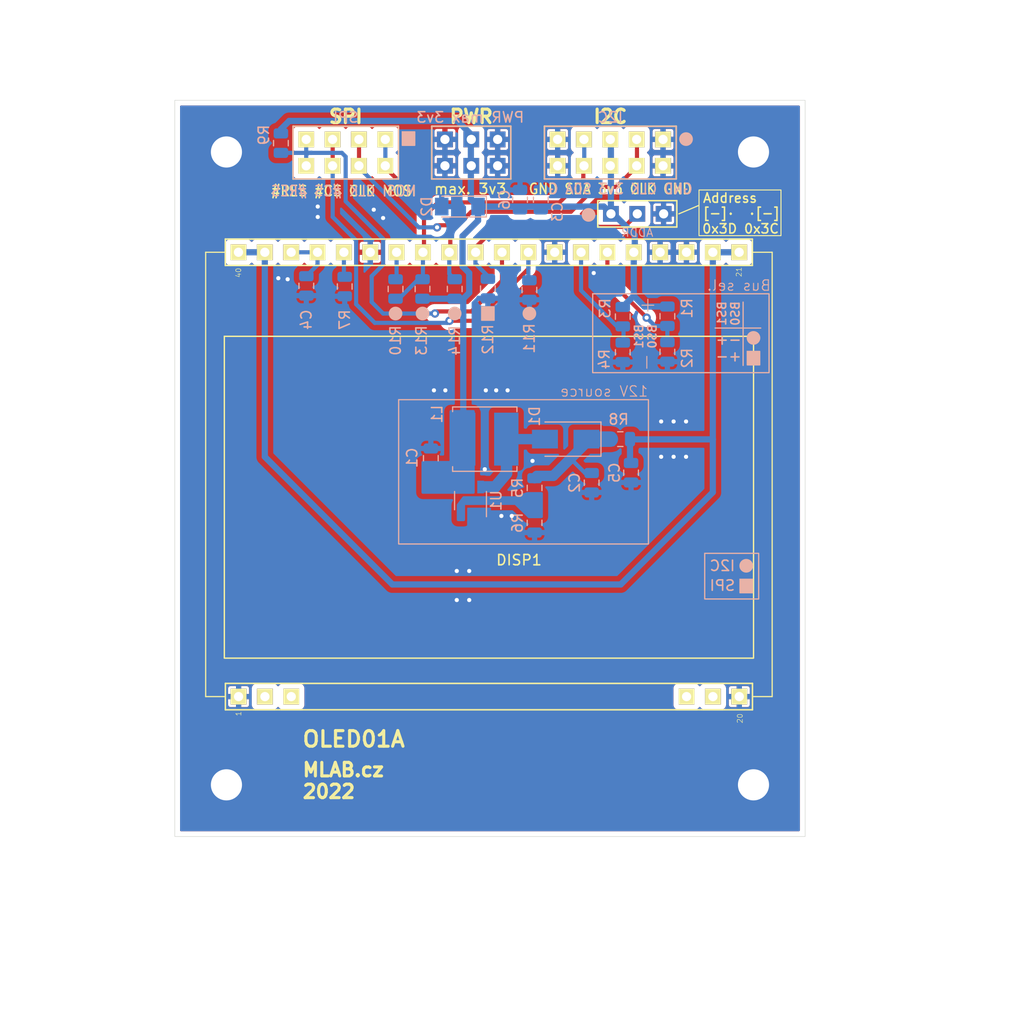
<source format=kicad_pcb>
(kicad_pcb (version 20211014) (generator pcbnew)
  (title_block (title "OLED01A") (company "MLAB"))
  (layers (0 "F.Cu" signal) (31 "B.Cu" signal) (34 "B.Paste" user) (35 "F.Paste" user) (36 "B.SilkS" user "B.Silkscreen") (37 "F.SilkS" user "F.Silkscreen") (38 "B.Mask" user) (39 "F.Mask" user) (44 "Edge.Cuts" user))
  (net 0 "")
  (net 1 "GND")
  (net 2 "Net-(D1-Pad2)")
  (net 3 "/B_FB")
  (net 4 "+3V3")
  (net 5 "Net-(C2-Pad1)")
  (net 10 "+12V")
  (net 11 "/BS0")
  (net 12 "/BS1")
  (net 13 "/#CS")
  (net 14 "/#RES")
  (net 15 "/DC")
  (net 16 "/D2")
  (net 17 "Net-(DISP1-Pad36)")
  (net 18 "Net-(C4-Pad1)")
  (net 19 "/CLK")
  (net 20 "/D1")
  (footprint "Mlab_Mechanical:MountingHole_3mm" (layer "F.Cu") (at 181.26 121.1)
    (fp_text reference "H2" hide)
    (fp_text value "M3" hide)
    (pad "1" thru_hole circle (at -10.16 0) (size 6 6) (drill 3) (layers *.Cu *.Adhes *.Mask) (net 1 "GND") (clearance 1))
  )
  (footprint "Mlab_Mechanical:MountingHole_3mm" (layer "F.Cu") (at 120.3 121.1)
    (fp_text reference "H4" hide)
    (fp_text value "M3" hide)
    (pad "1" thru_hole circle locked (at 0 0) (size 6 6) (drill 3) (layers *.Cu *.Adhes *.Mask) (net 1 "GND") (clearance 1))
  )
  (footprint "Mlab_Pin_Headers:Straight_2x05" (layer "F.Cu") (at 157.3 60.2 90)
    (property "Value" "HEADER_2x05_PARALLEL")
    (fp_text reference "J4" hide)
    (fp_text value "HEADER_2x05_PARALLEL" hide)
    (fp_line (start 2.54 -6.35) (end 2.54 6.35) (layer "F.SilkS") (width 0.15))
    (fp_line (start -2.54 6.35) (end -2.54 -6.35) (layer "F.SilkS") (width 0.15))
    (fp_line (start -2.54 -6.35) (end 2.54 -6.35) (layer "F.SilkS") (width 0.15))
    (fp_line (start 2.54 6.35) (end -2.54 6.35) (layer "F.SilkS") (width 0.15))
    (pad "1" thru_hole rect (at -1.27 -5.08 90) (size 1.524 1.524) (drill 0.889) (layers *.Cu *.Mask "F.SilkS") (net 1 "GND"))
    (pad "2" thru_hole rect (at 1.27 -5.08 90) (size 1.524 1.524) (drill 0.889) (layers *.Cu *.Mask "F.SilkS") (net 1 "GND"))
    (pad "3" thru_hole rect (at -1.27 -2.54 90) (size 1.524 1.524) (drill 0.889) (layers *.Cu *.Mask "F.SilkS") (net 20 "/D1"))
    (pad "4" thru_hole rect (at 1.27 -2.54 90) (size 1.524 1.524) (drill 0.889) (layers *.Cu *.Mask "F.SilkS") (net 20 "/D1"))
    (pad "5" thru_hole rect (at -1.27 0 90) (size 1.524 1.524) (drill 0.889) (layers *.Cu *.Mask "F.SilkS") (net 4 "+3V3"))
    (pad "6" thru_hole rect (at 1.27 0 90) (size 1.524 1.524) (drill 0.889) (layers *.Cu *.Mask "F.SilkS") (net 4 "+3V3"))
    (pad "7" thru_hole rect (at -1.27 2.54 90) (size 1.524 1.524) (drill 0.889) (layers *.Cu *.Mask "F.SilkS") (net 19 "/CLK"))
    (pad "8" thru_hole rect (at 1.27 2.54 90) (size 1.524 1.524) (drill 0.889) (layers *.Cu *.Mask "F.SilkS") (net 19 "/CLK"))
    (pad "9" thru_hole rect (at -1.27 5.08 90) (size 1.524 1.524) (drill 0.889) (layers *.Cu *.Mask "F.SilkS") (net 1 "GND"))
    (pad "10" thru_hole rect (at 1.27 5.08 90) (size 1.524 1.524) (drill 0.889) (layers *.Cu *.Mask "F.SilkS") (net 1 "GND"))
  )
  (footprint "Mlab_Pin_Headers:Straight_1x03" (layer "F.Cu") (at 159.9 66.1 90)
    (property "Value" "HEADER_1x03")
    (fp_text reference "J3" hide)
    (fp_text value "HEADER_1x03" hide)
    (fp_line (start -1.27 -3.81) (end 1.27 -3.81) (layer "F.SilkS") (width 0.15))
    (fp_line (start 1.27 3.81) (end -1.27 3.81) (layer "F.SilkS") (width 0.15))
    (fp_line (start -1.27 3.81) (end -1.27 -3.81) (layer "F.SilkS") (width 0.15))
    (fp_line (start 1.27 -3.81) (end 1.27 3.81) (layer "F.SilkS") (width 0.15))
    (pad "1" thru_hole rect (at 0 -2.54 90) (size 1.524 1.524) (drill 0.889) (layers *.Cu *.Mask) (net 4 "+3V3"))
    (pad "2" thru_hole rect (at 0 0 90) (size 1.524 1.524) (drill 0.889) (layers *.Cu *.Mask) (net 15 "/DC"))
    (pad "3" thru_hole rect (at 0 2.54 90) (size 1.524 1.524) (drill 0.889) (layers *.Cu *.Mask) (net 1 "GND"))
  )
  (footprint "Mlab_Pin_Headers:Straight_2x04" (layer "F.Cu") (at 131.8 60.2 -90)
    (property "Value" "HEADER_2x04_PARALLEL")
    (fp_text reference "J2" hide)
    (fp_text value "HEADER_2x04_PARALLEL" hide)
    (fp_line (start 2.54 5.08) (end -2.54 5.08) (layer "F.SilkS") (width 0.15))
    (fp_line (start 2.54 -5.08) (end 2.54 5.08) (layer "F.SilkS") (width 0.15))
    (fp_line (start -2.54 -5.08) (end 2.54 -5.08) (layer "F.SilkS") (width 0.15))
    (fp_line (start -2.54 5.08) (end -2.54 -5.08) (layer "F.SilkS") (width 0.15))
    (pad "1" thru_hole rect (at -1.27 -3.81 270) (size 1.524 1.524) (drill 0.889) (layers *.Cu *.Mask "F.SilkS") (net 20 "/D1"))
    (pad "2" thru_hole rect (at 1.27 -3.81 270) (size 1.524 1.524) (drill 0.889) (layers *.Cu *.Mask "F.SilkS") (net 20 "/D1"))
    (pad "3" thru_hole rect (at -1.27 -1.27 270) (size 1.524 1.524) (drill 0.889) (layers *.Cu *.Mask "F.SilkS") (net 19 "/CLK"))
    (pad "4" thru_hole rect (at 1.27 -1.27 270) (size 1.524 1.524) (drill 0.889) (layers *.Cu *.Mask "F.SilkS") (net 19 "/CLK"))
    (pad "5" thru_hole rect (at -1.27 1.27 270) (size 1.524 1.524) (drill 0.889) (layers *.Cu *.Mask "F.SilkS") (net 13 "/#CS"))
    (pad "6" thru_hole rect (at 1.27 1.27 270) (size 1.524 1.524) (drill 0.889) (layers *.Cu *.Mask "F.SilkS") (net 13 "/#CS"))
    (pad "7" thru_hole rect (at -1.27 3.81 270) (size 1.524 1.524) (drill 0.889) (layers *.Cu *.Mask "F.SilkS") (net 14 "/#RES"))
    (pad "8" thru_hole rect (at 1.27 3.81 270) (size 1.524 1.524) (drill 0.889) (layers *.Cu *.Mask "F.SilkS") (net 14 "/#RES"))
  )
  (footprint "Mlab_Mechanical:MountingHole_3mm" (layer "F.Cu") (at 120.3 70.3)
    (fp_text reference "H3" hide)
    (fp_text value "M3" hide)
    (pad "1" thru_hole circle (at 0 -10.16) (size 6 6) (drill 3) (layers *.Cu *.Adhes *.Mask) (net 1 "GND") (clearance 1))
  )
  (footprint "Mlab_Mechanical:MountingHole_3mm" (layer "F.Cu") (at 120 69.2)
    (fp_text reference "H1" hide)
    (fp_text value "M3" hide)
    (pad "1" thru_hole circle (at 51.1 -9.06) (size 6 6) (drill 3) (layers *.Cu *.Adhes *.Mask) (net 1 "GND") (clearance 1))
  )
  (footprint "Mlab_DISPLAY:EA_OLEDM128-6GGA" (layer "F.Cu") (at 145.6 91.2)
    (property "Value" "EA_OLEDM128-6")
    (fp_text reference "DISP1" (at 2.9 8.25 unlocked) (layer "F.SilkS"))
    (fp_text value "EA OLEDM128-6GGA")
    (fp_text user "40" (at -24.14 -19.43 90) (layer "F.SilkS") (effects (font (size 0.5 0.5) (thickness 0.05))))
    (fp_text user "20" (at 24.2 23.5 90) (layer "F.SilkS") (effects (font (size 0.5 0.5) (thickness 0.05))))
    (fp_text user "1" (at -24.13 23.051 90) (layer "F.SilkS") (effects (font (size 0.5 0.5) (thickness 0.05))))
    (fp_text user "21" (at 24.1 -19.5 90) (layer "F.SilkS") (effects (font (size 0.5 0.5) (thickness 0.05))))
    (fp_line (start 25.39 -20.13) (end -25.41 -20.13) (layer "F.SilkS") (width 0.15))
    (fp_line (start -27.3 21.4) (end -25.4 21.4) (layer "F.SilkS") (width 0.12))
    (fp_line (start 27.3 -21.4) (end 25.39 -21.4) (layer "F.SilkS") (width 0.12))
    (fp_line (start 25.4 22.67) (end -25.4 22.67) (layer "F.SilkS") (width 0.15))
    (fp_line (start -25.41 -22.67) (end 25.39 -22.67) (layer "F.SilkS") (width 0.15))
    (fp_line (start -25.4 20.13) (end 25.4 20.13) (layer "F.SilkS") (width 0.15))
    (fp_line (start -27.3 -21.4) (end -27.3 21.4) (layer "F.SilkS") (width 0.12))
    (fp_line (start -25.4 22.67) (end -25.4 20.13) (layer "F.SilkS") (width 0.15))
    (fp_line (start -25.41 -20.13) (end -25.41 -22.67) (layer "F.SilkS") (width 0.15))
    (fp_line (start 27.3 21.4) (end 27.3 -21.4) (layer "F.SilkS") (width 0.12))
    (fp_line (start 25.39 -22.67) (end 25.39 -20.13) (layer "F.SilkS") (width 0.15))
    (fp_line (start 25.4 20.13) (end 25.4 22.67) (layer "F.SilkS") (width 0.15))
    (fp_line (start -25.41 -21.4) (end -27.3 -21.4) (layer "F.SilkS") (width 0.12))
    (fp_line (start 25.4 21.4) (end 27.3 21.4) (layer "F.SilkS") (width 0.12))
    (fp_rect (start -25.5 -13.3) (end 25.5 17.7) (layer "F.SilkS") (width 0.12) (fill none))
    (fp_rect (start -25.5 -13.3) (end 25.5 17.7) (layer "F.SilkS") (width 0.12) (fill none))
    (pad "1" thru_hole rect (at -24.13 21.4 90) (size 1.524 1.524) (drill 0.889) (layers *.Cu *.Mask "F.SilkS") (net 1 "GND"))
    (pad "2" thru_hole rect (at -21.59 21.4 90) (size 1.524 1.524) (drill 0.889) (layers *.Cu *.Mask "F.SilkS"))
    (pad "3" thru_hole rect (at -19.05 21.4 90) (size 1.524 1.524) (drill 0.889) (layers *.Cu *.Mask "F.SilkS"))
    (pad "18" thru_hole rect (at 19.05 21.4 90) (size 1.524 1.524) (drill 0.889) (layers *.Cu *.Mask "F.SilkS"))
    (pad "19" thru_hole rect (at 21.59 21.4 90) (size 1.524 1.524) (drill 0.889) (layers *.Cu *.Mask "F.SilkS"))
    (pad "20" thru_hole rect (at 24.13 21.4 90) (size 1.524 1.524) (drill 0.889) (layers *.Cu *.Mask "F.SilkS") (net 1 "GND"))
    (pad "21" thru_hole rect (at 24.12 -21.4 90) (size 1.524 1.524) (drill 0.889) (layers *.Cu *.Mask "F.SilkS") (net 10 "+12V"))
    (pad "22" thru_hole rect (at 21.58 -21.4 90) (size 1.524 1.524) (drill 0.889) (layers *.Cu *.Mask "F.SilkS") (net 10 "+12V"))
    (pad "23" thru_hole rect (at 19.04 -21.4 90) (size 1.524 1.524) (drill 0.889) (layers *.Cu *.Mask "F.SilkS") (net 1 "GND"))
    (pad "24" thru_hole rect (at 16.5 -21.4 90) (size 1.524 1.524) (drill 0.889) (layers *.Cu *.Mask "F.SilkS") (net 1 "GND"))
    (pad "25" thru_hole rect (at 13.96 -21.4 90) (size 1.524 1.524) (drill 0.889) (layers *.Cu *.Mask "F.SilkS") (net 4 "+3V3"))
    (pad "26" thru_hole rect (at 11.42 -21.4 90) (size 1.524 1.524) (drill 0.889) (layers *.Cu *.Mask "F.SilkS") (net 11 "/BS0"))
    (pad "27" thru_hole rect (at 8.88 -21.4 90) (size 1.524 1.524) (drill 0.889) (layers *.Cu *.Mask "F.SilkS") (net 12 "/BS1"))
    (pad "28" thru_hole rect (at 6.34 -21.4 90) (size 1.524 1.524) (drill 0.889) (layers *.Cu *.Mask "F.SilkS") (net 1 "GND"))
    (pad "29" thru_hole rect (at 3.8 -21.4 90) (size 1.524 1.524) (drill 0.889) (layers *.Cu *.Mask "F.SilkS") (net 13 "/#CS"))
    (pad "30" thru_hole rect (at 1.26 -21.4 90) (size 1.524 1.524) (drill 0.889) (layers *.Cu *.Mask "F.SilkS") (net 14 "/#RES"))
    (pad "31" thru_hole rect (at -1.28 -21.4 90) (size 1.524 1.524) (drill 0.889) (layers *.Cu *.Mask "F.SilkS") (net 15 "/DC"))
    (pad "32" thru_hole rect (at -3.82 -21.4 90) (size 1.524 1.524) (drill 0.889) (layers *.Cu *.Mask "F.SilkS") (net 19 "/CLK"))
    (pad "33" thru_hole rect (at -6.36 -21.4 90) (size 1.524 1.524) (drill 0.889) (layers *.Cu *.Mask "F.SilkS") (net 20 "/D1"))
    (pad "34" thru_hole rect (at -8.9 -21.4 90) (size 1.524 1.524) (drill 0.889) (layers *.Cu *.Mask "F.SilkS") (net 16 "/D2"))
    (pad "35" thru_hole rect (at -11.44 -21.4 90) (size 1.524 1.524) (drill 0.889) (layers *.Cu *.Mask "F.SilkS") (net 1 "GND"))
    (pad "36" thru_hole rect (at -13.98 -21.4 90) (size 1.524 1.524) (drill 0.889) (layers *.Cu *.Mask "F.SilkS") (net 17 "Net-(DISP1-Pad36)"))
    (pad "37" thru_hole rect (at -16.52 -21.4 90) (size 1.524 1.524) (drill 0.889) (layers *.Cu *.Mask "F.SilkS") (net 18 "Net-(C4-Pad1)"))
    (pad "38" thru_hole rect (at -19.06 -21.4 90) (size 1.524 1.524) (drill 0.889) (layers *.Cu *.Mask "F.SilkS") (net 18 "Net-(C4-Pad1)"))
    (pad "39" thru_hole rect (at -21.6 -21.4 90) (size 1.524 1.524) (drill 0.889) (layers *.Cu *.Mask "F.SilkS") (net 10 "+12V"))
    (pad "40" thru_hole rect (at -24.14 -21.4 90) (size 1.524 1.524) (drill 0.889) (layers *.Cu *.Mask "F.SilkS") (net 10 "+12V"))
  )
  (footprint "Mlab_Pin_Headers:Straight_2x03" (layer "F.Cu") (at 143.9 60.2 -90)
    (fp_text reference "J1" hide)
    (fp_text value "HEADER_2x03_PARALLEL" hide)
    (fp_line (start 2.54 -3.81) (end 2.54 3.81) (layer "F.SilkS") (width 0.15))
    (fp_line (start -2.54 -3.81) (end 2.54 -3.81) (layer "F.SilkS") (width 0.15))
    (fp_line (start -2.54 3.81) (end -2.54 -3.81) (layer "F.SilkS") (width 0.15))
    (fp_line (start 2.54 3.81) (end -2.54 3.81) (layer "F.SilkS") (width 0.15))
    (pad "1" thru_hole rect (at -1.27 -2.54 270) (size 1.524 1.524) (drill 0.889) (layers *.Cu *.Mask) (net 1 "GND"))
    (pad "2" thru_hole rect (at 1.27 -2.54 270) (size 1.524 1.524) (drill 0.889) (layers *.Cu *.Mask) (net 1 "GND"))
    (pad "3" thru_hole rect (at -1.27 0 270) (size 1.524 1.524) (drill 0.889) (layers *.Cu *.Mask) (net 4 "+3V3"))
    (pad "4" thru_hole rect (at 1.27 0 270) (size 1.524 1.524) (drill 0.889) (layers *.Cu *.Mask) (net 4 "+3V3"))
    (pad "5" thru_hole rect (at -1.27 2.54 270) (size 1.524 1.524) (drill 0.889) (layers *.Cu *.Mask) (net 1 "GND"))
    (pad "6" thru_hole rect (at 1.27 2.54 270) (size 1.524 1.524) (drill 0.889) (layers *.Cu *.Mask) (net 1 "GND"))
  )
  (footprint "Inductor_SMD:L_Bourns_SRN6045TA" (layer "B.Cu") (at 145.2 87.8)
    (property "Value" "4,7uH")
    (fp_text reference "L1" (at -4.6 -2.4 90) (layer "B.SilkS") (effects (justify mirror)))
    (fp_text value "4.7uH" hide)
    (fp_line (start 3.1 -3.1) (end 3.1 -2.65) (layer "B.SilkS") (width 0.12))
    (fp_line (start -3.1 -3.1) (end -3.1 -2.65) (layer "B.SilkS") (width 0.12))
    (fp_line (start -3.1 3.1) (end 3.1 3.1) (layer "B.SilkS") (width 0.12))
    (fp_line (start -3.1 3.1) (end -3.1 2.65) (layer "B.SilkS") (width 0.12))
    (fp_line (start 3.1 -3.1) (end -3.1 -3.1) (layer "B.SilkS") (width 0.12))
    (fp_line (start 3.1 3.1) (end 3.1 2.65) (layer "B.SilkS") (width 0.12))
    (pad "1" smd rect locked (at -2.075 0) (size 2.35 5.1) (layers "B.Cu" "B.Paste" "B.Mask") (net 4 "+3V3"))
    (pad "2" smd rect locked (at 2.075 0) (size 2.35 5.1) (layers "B.Cu" "B.Paste" "B.Mask") (net 2 "Net-(D1-Pad2)"))
  )
  (footprint "Resistor_SMD:R_0805_2012Metric" (layer "B.Cu") (at 136.6 73.3375 -90)
    (property "Value" "0R")
    (fp_text reference "R10" (at 4.9625 0 90) (layer "B.SilkS") (effects (justify mirror)))
    (fp_text value "0R" hide)
    (fp_line (start -0.258578 0.71) (end 0.258578 0.71) (layer "B.SilkS") (width 0.12))
    (fp_line (start -0.258578 -0.71) (end 0.258578 -0.71) (layer "B.SilkS") (width 0.12))
    (pad "1" smd roundrect locked (at -0.9375 0 270) (size 0.975 1.4) (layers "B.Cu" "B.Paste" "B.Mask") (net 16 "/D2"))
    (pad "2" smd roundrect locked (at 0.9375 0 270) (size 0.975 1.4) (layers "B.Cu" "B.Paste" "B.Mask") (net 20 "/D1"))
  )
  (footprint "Resistor_SMD:R_0805_2012Metric" (layer "B.Cu") (at 162.8 79.4 -90)
    (property "Value" "0R")
    (fp_text reference "R2" (at 0.6 -1.9 -270) (layer "B.SilkS") (effects (justify mirror)))
    (fp_text value "0R" hide)
    (fp_line (start -0.258578 -0.71) (end 0.258578 -0.71) (layer "B.SilkS") (width 0.12))
    (fp_line (start -0.258578 0.71) (end 0.258578 0.71) (layer "B.SilkS") (width 0.12))
    (pad "1" smd roundrect locked (at -0.9375 0 270) (size 0.975 1.4) (layers "B.Cu" "B.Paste" "B.Mask") (net 11 "/BS0"))
    (pad "2" smd roundrect locked (at 0.9375 0 270) (size 0.975 1.4) (layers "B.Cu" "B.Paste" "B.Mask") (net 1 "GND"))
  )
  (footprint "Package_TO_SOT_SMD:TSOT-23-6" (layer "B.Cu") (at 143.849659 93.723647 90)
    (property "Value" "MAX5026")
    (fp_text reference "U1" (at 0 2.45 90) (layer "B.SilkS") (effects (justify mirror)))
    (fp_text value "MAX5026" hide)
    (fp_line (start 0.88 1.51) (end -1.55 1.51) (layer "B.SilkS") (width 0.12))
    (fp_line (start -0.88 -1.56) (end 0.88 -1.56) (layer "B.SilkS") (width 0.12))
    (pad "1" smd rect locked (at -1.31 0.95 90) (size 1.22 0.65) (layers "B.Cu" "B.Paste" "B.Mask") (net 1 "GND"))
    (pad "2" smd rect locked (at -1.31 0 90) (size 1.22 0.65) (layers "B.Cu" "B.Paste" "B.Mask") (net 1 "GND"))
    (pad "3" smd rect locked (at -1.31 -0.95 90) (size 1.22 0.65) (layers "B.Cu" "B.Paste" "B.Mask") (net 3 "/B_FB"))
    (pad "4" smd rect locked (at 1.31 -0.95 90) (size 1.22 0.65) (layers "B.Cu" "B.Paste" "B.Mask") (net 4 "+3V3"))
    (pad "5" smd rect locked (at 1.31 0 90) (size 1.22 0.65) (layers "B.Cu" "B.Paste" "B.Mask") (net 4 "+3V3"))
    (pad "6" smd rect locked (at 1.31 0.95 90) (size 1.22 0.65) (layers "B.Cu" "B.Paste" "B.Mask") (net 2 "Net-(D1-Pad2)"))
  )
  (footprint "Resistor_SMD:R_0805_2012Metric" (layer "B.Cu") (at 131.7 73.1 -90)
    (property "Value" "910k")
    (fp_text reference "R7" (at 3.2 0 -270) (layer "B.SilkS") (effects (justify mirror)))
    (fp_text value "910k" hide)
    (fp_line (start -0.258578 0.71) (end 0.258578 0.71) (layer "B.SilkS") (width 0.12))
    (fp_line (start -0.258578 -0.71) (end 0.258578 -0.71) (layer "B.SilkS") (width 0.12))
    (pad "1" smd roundrect locked (at -0.9375 0 270) (size 0.975 1.4) (layers "B.Cu" "B.Paste" "B.Mask") (net 17 "Net-(DISP1-Pad36)"))
    (pad "2" smd roundrect locked (at 0.9375 0 270) (size 0.975 1.4) (layers "B.Cu" "B.Paste" "B.Mask") (net 1 "GND"))
  )
  (footprint "Resistor_SMD:R_0805_2012Metric" (layer "B.Cu") (at 158.5 76 -90)
    (property "Value" "0R")
    (fp_text reference "R3" (at -0.8 1.7 90) (layer "B.SilkS") (effects (justify mirror)))
    (fp_text value "0R" hide)
    (fp_line (start -0.258578 0.71) (end 0.258578 0.71) (layer "B.SilkS") (width 0.12))
    (fp_line (start -0.258578 -0.71) (end 0.258578 -0.71) (layer "B.SilkS") (width 0.12))
    (pad "1" smd roundrect locked (at -0.9375 0 270) (size 0.975 1.4) (layers "B.Cu" "B.Paste" "B.Mask") (net 4 "+3V3"))
    (pad "2" smd roundrect locked (at 0.9375 0 270) (size 0.975 1.4) (layers "B.Cu" "B.Paste" "B.Mask") (net 12 "/BS1"))
  )
  (footprint "Diode_SMD:D_MiniMELF" (layer "B.Cu") (at 142.8 65.4 180)
    (fp_text reference "D2" (at 3.2 0 90) (layer "B.SilkS") (effects (justify mirror)))
    (fp_text value "BZV55C-3,6V" hide)
    (fp_line (start -2.55 1) (end -2.55 -1) (layer "B.SilkS") (width 0.12))
    (fp_line (start -2.55 -1) (end 1.75 -1) (layer "B.SilkS") (width 0.12))
    (fp_line (start 1.75 1) (end -2.55 1) (layer "B.SilkS") (width 0.12))
    (pad "1" smd rect locked (at -1.75 0 180) (size 1.3 1.7) (layers "B.Cu" "B.Paste" "B.Mask") (net 4 "+3V3"))
    (pad "2" smd rect locked (at 1.75 0 180) (size 1.3 1.7) (layers "B.Cu" "B.Paste" "B.Mask") (net 1 "GND"))
  )
  (footprint "Capacitor_SMD:C_0805_2012Metric" (layer "B.Cu") (at 150.6 64.7375 90)
    (fp_text reference "C3" (at -1.1625 1.6 90) (layer "B.SilkS") (effects (justify mirror)))
    (fp_text value "10uF" hide)
    (fp_line (start -0.258578 -0.71) (end 0.258578 -0.71) (layer "B.SilkS") (width 0.12))
    (fp_line (start -0.258578 0.71) (end 0.258578 0.71) (layer "B.SilkS") (width 0.12))
    (pad "1" smd roundrect locked (at -0.9375 0 90) (size 0.975 1.4) (layers "B.Cu" "B.Paste" "B.Mask") (net 4 "+3V3"))
    (pad "2" smd roundrect locked (at 0.9375 0 90) (size 0.975 1.4) (layers "B.Cu" "B.Paste" "B.Mask") (net 1 "GND"))
  )
  (footprint "Resistor_SMD:R_0805_2012Metric" (layer "B.Cu") (at 139.2 73.3375 90)
    (property "Value" "10k")
    (fp_text reference "R13" (at -4.9625 -0.1 90) (layer "B.SilkS") (effects (justify mirror)))
    (fp_text value "10k" hide)
    (fp_line (start -0.258578 -0.71) (end 0.258578 -0.71) (layer "B.SilkS") (width 0.12))
    (fp_line (start -0.258578 0.71) (end 0.258578 0.71) (layer "B.SilkS") (width 0.12))
    (pad "1" smd roundrect locked (at -0.9375 0 90) (size 0.975 1.4) (layers "B.Cu" "B.Paste" "B.Mask") (net 4 "+3V3"))
    (pad "2" smd roundrect locked (at 0.9375 0 90) (size 0.975 1.4) (layers "B.Cu" "B.Paste" "B.Mask") (net 20 "/D1"))
  )
  (footprint "Diode_SMD:D_SMA" (layer "B.Cu") (at 153 87.8 180)
    (property "Value" "15MQ040N")
    (fp_text reference "D1" (at 3 2.2 90) (layer "B.SilkS") (effects (justify mirror)))
    (fp_text value "1A 20V" hide)
    (fp_line (start -3.4 1.65) (end -3.4 -1.65) (layer "B.SilkS") (width 0.12))
    (fp_line (start -3.4 1.65) (end 2 1.65) (layer "B.SilkS") (width 0.12))
    (fp_line (start -3.4 -1.65) (end 2 -1.65) (layer "B.SilkS") (width 0.12))
    (pad "1" smd rect locked (at -2 0 180) (size 2.5 1.8) (layers "B.Cu" "B.Paste" "B.Mask") (net 5 "Net-(C2-Pad1)"))
    (pad "2" smd rect locked (at 2 0 180) (size 2.5 1.8) (layers "B.Cu" "B.Paste" "B.Mask") (net 2 "Net-(D1-Pad2)"))
  )
  (footprint "Resistor_SMD:R_0805_2012Metric" (layer "B.Cu") (at 150 92.5 -90)
    (fp_text reference "R5" (at 0 1.65 90) (layer "B.SilkS") (effects (justify mirror)))
    (fp_text value "73k2" hide)
    (fp_line (start -0.258578 -0.71) (end 0.258578 -0.71) (layer "B.SilkS") (width 0.12))
    (fp_line (start -0.258578 0.71) (end 0.258578 0.71) (layer "B.SilkS") (width 0.12))
    (pad "1" smd roundrect locked (at -0.9375 0 270) (size 0.975 1.4) (layers "B.Cu" "B.Paste" "B.Mask") (net 5 "Net-(C2-Pad1)"))
    (pad "2" smd roundrect locked (at 0.9375 0 270) (size 0.975 1.4) (layers "B.Cu" "B.Paste" "B.Mask") (net 3 "/B_FB"))
  )
  (footprint "Capacitor_SMD:C_0805_2012Metric" (layer "B.Cu") (at 159.3 91.0375 -90)
    (fp_text reference "C5" (at 0 1.6 90) (layer "B.SilkS") (effects (justify mirror)))
    (fp_text value "1uF" hide)
    (fp_line (start -0.258578 -0.71) (end 0.258578 -0.71) (layer "B.SilkS") (width 0.12))
    (fp_line (start -0.258578 0.71) (end 0.258578 0.71) (layer "B.SilkS") (width 0.12))
    (pad "1" smd roundrect locked (at -0.9375 0 270) (size 0.975 1.4) (layers "B.Cu" "B.Paste" "B.Mask") (net 10 "+12V"))
    (pad "2" smd roundrect locked (at 0.9375 0 270) (size 0.975 1.4) (layers "B.Cu" "B.Paste" "B.Mask") (net 1 "GND"))
  )
  (footprint "Resistor_SMD:R_0805_2012Metric" (layer "B.Cu") (at 125.55 59.2875 -90)
    (property "Value" "10k")
    (fp_text reference "R9" (at -0.7875 1.65 90) (layer "B.SilkS") (effects (justify mirror)))
    (fp_text value "10k" hide)
    (fp_line (start -0.258578 -0.71) (end 0.258578 -0.71) (layer "B.SilkS") (width 0.12))
    (fp_line (start -0.258578 0.71) (end 0.258578 0.71) (layer "B.SilkS") (width 0.12))
    (pad "1" smd roundrect locked (at -0.9375 0 270) (size 0.975 1.4) (layers "B.Cu" "B.Paste" "B.Mask") (net 4 "+3V3"))
    (pad "2" smd roundrect locked (at 0.9375 0 270) (size 0.975 1.4) (layers "B.Cu" "B.Paste" "B.Mask") (net 14 "/#RES"))
  )
  (footprint "Resistor_SMD:R_0805_2012Metric" (layer "B.Cu") (at 162.8 75.9625 -90)
    (property "Value" "0R")
    (fp_text reference "R1" (at -0.7625 -1.9 -270) (layer "B.SilkS") (effects (justify mirror)))
    (fp_text value "0R" hide)
    (fp_line (start -0.258578 -0.71) (end 0.258578 -0.71) (layer "B.SilkS") (width 0.12))
    (fp_line (start -0.258578 0.71) (end 0.258578 0.71) (layer "B.SilkS") (width 0.12))
    (pad "1" smd roundrect locked (at -0.9375 0 270) (size 0.975 1.4) (layers "B.Cu" "B.Paste" "B.Mask") (net 4 "+3V3"))
    (pad "2" smd roundrect locked (at 0.9375 0 270) (size 0.975 1.4) (layers "B.Cu" "B.Paste" "B.Mask") (net 11 "/BS0"))
  )
  (footprint "Capacitor_SMD:C_0805_2012Metric" (layer "B.Cu") (at 128 73.0375 -90)
    (property "Value" "22uF")
    (fp_text reference "C4" (at 3.2625 0 -270) (layer "B.SilkS") (effects (justify mirror)))
    (fp_text value "22uF" hide)
    (fp_line (start -0.258578 -0.71) (end 0.258578 -0.71) (layer "B.SilkS") (width 0.12))
    (fp_line (start -0.258578 0.71) (end 0.258578 0.71) (layer "B.SilkS") (width 0.12))
    (pad "1" smd roundrect locked (at -0.9375 0 270) (size 0.975 1.4) (layers "B.Cu" "B.Paste" "B.Mask") (net 18 "Net-(C4-Pad1)"))
    (pad "2" smd roundrect locked (at 0.9375 0 270) (size 0.975 1.4) (layers "B.Cu" "B.Paste" "B.Mask") (net 1 "GND"))
  )
  (footprint "Resistor_SMD:R_0805_2012Metric" (layer "B.Cu") (at 149.5 73.4375 -90)
    (property "Value" "0R")
    (fp_text reference "R11" (at 4.6625 0 90) (layer "B.SilkS") (effects (justify mirror)))
    (fp_text value "0R" hide)
    (fp_line (start -0.258578 0.71) (end 0.258578 0.71) (layer "B.SilkS") (width 0.12))
    (fp_line (start -0.258578 -0.71) (end 0.258578 -0.71) (layer "B.SilkS") (width 0.12))
    (pad "1" smd roundrect locked (at -0.9375 0 270) (size 0.975 1.4) (layers "B.Cu" "B.Paste" "B.Mask") (net 13 "/#CS"))
    (pad "2" smd roundrect locked (at 0.9375 0 270) (size 0.975 1.4) (layers "B.Cu" "B.Paste" "B.Mask") (net 1 "GND"))
  )
  (footprint "Resistor_SMD:R_0805_2012Metric" (layer "B.Cu") (at 158.5 79.4375 -90)
    (property "Value" "0R")
    (fp_text reference "R4" (at 0.6625 1.775 90) (layer "B.SilkS") (effects (justify mirror)))
    (fp_text value "0R" hide)
    (fp_line (start -0.258578 0.71) (end 0.258578 0.71) (layer "B.SilkS") (width 0.12))
    (fp_line (start -0.258578 -0.71) (end 0.258578 -0.71) (layer "B.SilkS") (width 0.12))
    (pad "1" smd roundrect locked (at -0.9375 0 270) (size 0.975 1.4) (layers "B.Cu" "B.Paste" "B.Mask") (net 12 "/BS1"))
    (pad "2" smd roundrect locked (at 0.9375 0 270) (size 0.975 1.4) (layers "B.Cu" "B.Paste" "B.Mask") (net 1 "GND"))
  )
  (footprint "Resistor_SMD:R_0805_2012Metric" (layer "B.Cu") (at 150 95.8625 -90)
    (fp_text reference "R6" (at 0 1.65 -270) (layer "B.SilkS") (effects (justify mirror)))
    (fp_text value "8k2" hide)
    (fp_line (start -0.258578 0.71) (end 0.258578 0.71) (layer "B.SilkS") (width 0.12))
    (fp_line (start -0.258578 -0.71) (end 0.258578 -0.71) (layer "B.SilkS") (width 0.12))
    (pad "1" smd roundrect locked (at -0.9375 0 270) (size 0.975 1.4) (layers "B.Cu" "B.Paste" "B.Mask") (net 3 "/B_FB"))
    (pad "2" smd roundrect locked (at 0.9375 0 270) (size 0.975 1.4) (layers "B.Cu" "B.Paste" "B.Mask") (net 1 "GND"))
  )
  (footprint "Resistor_SMD:R_0805_2012Metric" (layer "B.Cu") (at 145.5 73.3 -90)
    (fp_text reference "R12" (at 4.9 0 90) (layer "B.SilkS") (effects (justify mirror)))
    (fp_text value "0R" hide)
    (fp_line (start -0.258578 -0.71) (end 0.258578 -0.71) (layer "B.SilkS") (width 0.12))
    (fp_line (start -0.258578 0.71) (end 0.258578 0.71) (layer "B.SilkS") (width 0.12))
    (pad "1" smd roundrect locked (at -0.9375 0 270) (size 0.975 1.4) (layers "B.Cu" "B.Paste" "B.Mask") (net 15 "/DC"))
    (pad "2" smd roundrect locked (at 0.9375 0 270) (size 0.975 1.4) (layers "B.Cu" "B.Paste" "B.Mask") (net 1 "GND"))
  )
  (footprint "Resistor_SMD:R_0805_2012Metric" (layer "B.Cu") (at 142.3 73.3375 90)
    (property "Value" "10k")
    (fp_text reference "R14" (at -4.9625 0 90) (layer "B.SilkS") (effects (justify mirror)))
    (fp_text value "10k" hide)
    (fp_line (start -0.258578 -0.71) (end 0.258578 -0.71) (layer "B.SilkS") (width 0.12))
    (fp_line (start -0.258578 0.71) (end 0.258578 0.71) (layer "B.SilkS") (width 0.12))
    (pad "1" smd roundrect locked (at -0.9375 0 90) (size 0.975 1.4) (layers "B.Cu" "B.Paste" "B.Mask") (net 4 "+3V3"))
    (pad "2" smd roundrect locked (at 0.9375 0 90) (size 0.975 1.4) (layers "B.Cu" "B.Paste" "B.Mask") (net 19 "/CLK"))
  )
  (footprint "Capacitor_SMD:C_0805_2012Metric" (layer "B.Cu") (at 148.6 64.7375 90)
    (fp_text reference "C6" (at 0 -1.5 90) (layer "B.SilkS") (effects (justify mirror)))
    (fp_text value "100nF" hide)
    (fp_line (start -0.258578 -0.71) (end 0.258578 -0.71) (layer "B.SilkS") (width 0.12))
    (fp_line (start -0.258578 0.71) (end 0.258578 0.71) (layer "B.SilkS") (width 0.12))
    (pad "1" smd roundrect locked (at -0.9375 0 90) (size 0.975 1.4) (layers "B.Cu" "B.Paste" "B.Mask") (net 4 "+3V3"))
    (pad "2" smd roundrect locked (at 0.9375 0 90) (size 0.975 1.4) (layers "B.Cu" "B.Paste" "B.Mask") (net 1 "GND"))
  )
  (footprint "Resistor_SMD:R_0805_2012Metric" (layer "B.Cu") (at 158.2625 87.8)
    (property "Value" "84k5")
    (fp_text reference "R8" (at -0.1625 -1.9) (layer "B.SilkS") (effects (justify mirror)))
    (fp_text value "100R" hide)
    (fp_line (start -0.258578 0.71) (end 0.258578 0.71) (layer "B.SilkS") (width 0.12))
    (fp_line (start -0.258578 -0.71) (end 0.258578 -0.71) (layer "B.SilkS") (width 0.12))
    (pad "1" smd roundrect locked (at -0.9375 0) (size 0.975 1.4) (layers "B.Cu" "B.Paste" "B.Mask") (net 5 "Net-(C2-Pad1)"))
    (pad "2" smd roundrect locked (at 0.9375 0) (size 0.975 1.4) (layers "B.Cu" "B.Paste" "B.Mask") (net 10 "+12V"))
  )
  (footprint "Capacitor_SMD:C_0805_2012Metric" (layer "B.Cu") (at 155.5 92 -90)
    (fp_text reference "C2" (at 0 1.65 90) (layer "B.SilkS") (effects (justify mirror)))
    (fp_text value "1uF" hide)
    (fp_line (start -0.258578 0.71) (end 0.258578 0.71) (layer "B.SilkS") (width 0.12))
    (fp_line (start -0.258578 -0.71) (end 0.258578 -0.71) (layer "B.SilkS") (width 0.12))
    (pad "1" smd roundrect locked (at -0.9375 0 270) (size 0.975 1.4) (layers "B.Cu" "B.Paste" "B.Mask") (net 5 "Net-(C2-Pad1)"))
    (pad "2" smd roundrect locked (at 0.9375 0 270) (size 0.975 1.4) (layers "B.Cu" "B.Paste" "B.Mask") (net 1 "GND"))
  )
  (footprint "Capacitor_SMD:C_0805_2012Metric" (layer "B.Cu") (at 140 89.6375 90)
    (property "Value" "4.7 uF")
    (fp_text reference "C1" (at 0.0375 -1.8 90) (layer "B.SilkS") (effects (justify mirror)))
    (fp_text value "4.7 uF" hide)
    (fp_line (start -0.258578 0.71) (end 0.258578 0.71) (layer "B.SilkS") (width 0.12))
    (fp_line (start -0.258578 -0.71) (end 0.258578 -0.71) (layer "B.SilkS") (width 0.12))
    (pad "1" smd roundrect locked (at -0.9375 0 90) (size 0.975 1.4) (layers "B.Cu" "B.Paste" "B.Mask") (net 4 "+3V3"))
    (pad "2" smd roundrect locked (at 0.9375 0 90) (size 0.975 1.4) (layers "B.Cu" "B.Paste" "B.Mask") (net 1 "GND"))
  )
  (gr_rect (start 171 101.3) (end 169.8 102.6) (layer "B.SilkS") (width 0.12) (fill solid))
  (gr_circle (center 136.6 75.7) (end 137.2 75.7) (layer "B.SilkS") (width 0.12) (fill solid))
  (gr_rect (start 150.964587 57.665949) (end 163.65254 62.736926) (layer "B.SilkS") (width 0.12) (fill none))
  (gr_rect (start 146.1 75.05) (end 144.9 76.35) (layer "B.SilkS") (width 0.12) (fill solid))
  (gr_rect (start 172.6 73.8) (end 155.6 81.4) (layer "B.SilkS") (width 0.12) (fill none))
  (gr_line (start 170.1 74.6) (end 170.1 80.7) (layer "B.SilkS") (width 0.12))
  (gr_rect (start 160.975 84) (end 136.9 97.9) (layer "B.SilkS") (width 0.12) (fill none))
  (gr_rect (start 126.72606 57.669964) (end 136.877435 62.736226) (layer "B.SilkS") (width 0.12) (fill none))
  (gr_circle (center 164.6 58.9) (end 165.2 58.9) (layer "B.SilkS") (width 0.12) (fill solid))
  (gr_rect (start 171.7 79.35) (end 170.5 80.65) (layer "B.SilkS") (width 0.12) (fill solid))
  (gr_rect (start 171.6 98.8) (end 166.4 103.2) (layer "B.SilkS") (width 0.12) (fill none))
  (gr_rect (start 138.45 58.2) (end 137.25 59.5) (layer "B.SilkS") (width 0.12) (fill solid))
  (gr_circle (center 155.2 66.2) (end 155.8 66.2) (layer "B.SilkS") (width 0.12) (fill solid))
  (gr_rect (start 140.1 57.65) (end 147.70634 62.73756) (layer "B.SilkS") (width 0.12) (fill none))
  (gr_circle (center 142.3 75.7) (end 142.9 75.7) (layer "B.SilkS") (width 0.12) (fill solid))
  (gr_circle (center 139.2 75.7) (end 139.8 75.7) (layer "B.SilkS") (width 0.12) (fill solid))
  (gr_circle (center 171.1 78.05) (end 171.7 78.05) (layer "B.SilkS") (width 0.12) (fill solid))
  (gr_circle (center 170.4 100) (end 171 100) (layer "B.SilkS") (width 0.12) (fill solid))
  (gr_circle (center 149.5 75.7) (end 150.1 75.7) (layer "B.SilkS") (width 0.12) (fill solid))
  (gr_line (start 171.8 77.1) (end 167.4 77.1) (layer "B.SilkS") (width 0.12))
  (gr_rect (start 165.85 63.8) (end 173.75 68.2) (layer "F.SilkS") (width 0.1) (fill none))
  (gr_line (start 165.8 65.3) (end 163.9 66.1) (layer "F.SilkS") (width 0.12))
  (gr_rect (start 115.32 126.08) (end 176.08 55.16) (layer "Edge.Cuts") (width 0.05) (fill none))
  (gr_text "Bus sel." (at 169.7 73) (layer "B.SilkS") (effects (font (size 1 1) (thickness 0.1)) (justify mirror)))
  (gr_text "GND CLK 3v3 SDA G" (at 158.3 63.7) (layer "B.SilkS") (effects (font (size 1 0.9)) (justify mirror)))
  (gr_text "SPI" (at 131.8 56.8) (layer "B.SilkS") (effects (font (size 1 1)) (justify mirror)))
  (gr_text "12V source" (at 156.7 83.2) (layer "B.SilkS") (effects (font (size 1 1) (thickness 0.1)) (justify mirror)))
  (gr_text "PWR max 3v3" (at 143.8 56.8) (layer "B.SilkS") (effects (font (size 1 1)) (justify mirror)))
  (gr_text "BS1\nBS0" (at 168.7 75.7 90) (layer "B.SilkS") (effects (font (size 0.8 0.8)) (justify mirror)))
  (gr_text "ADDR" (at 159.9 67.9) (layer "B.SilkS") (effects (font (size 0.8 0.8) (thickness 0.1)) (justify mirror)))
  (gr_text "I2C\n" (at 168.1 100) (layer "B.SilkS") (effects (font (size 1 1)) (justify mirror)))
  (gr_text "-\n" (at 160.7 80.4 90) (layer "B.SilkS") (effects (font (size 1.5 1.5) (thickness 0.1)) (justify mirror)))
  (gr_text "+" (at 160.8 74.9 90) (layer "B.SilkS") (effects (font (size 1.5 1.5) (thickness 0.1)) (justify mirror)))
  (gr_text "I2C" (at 157.3 56.8) (layer "B.SilkS") (effects (font (size 1 1)) (justify mirror)))
  (gr_text "MOSI CLK #CS #RES" (at 131.6 63.9) (layer "B.SilkS") (effects (font (size 1 0.9)) (justify mirror)))
  (gr_text "SPI" (at 168.1 101.9) (layer "B.SilkS") (effects (font (size 1 1)) (justify mirror)))
  (gr_text "BS1\nBS0" (at 160.7 77.9 90) (layer "B.SilkS") (effects (font (size 0.8 0.8)) (justify mirror)))
  (gr_text "-+\n+-" (at 168.7 79) (layer "B.SilkS") (effects (font (size 1 1)) (justify mirror)))
  (gr_text "#RES #CS CLK MOSI" (at 131.6 63.9) (layer "F.SilkS") (effects (font (size 1 0.9))))
  (gr_text "SPI" (at 131.8 56.724354) (layer "F.SilkS") (effects (font (size 1.3 1.3) (thickness 0.3))))
  (gr_text "0x3D 0x3C" (at 169.856546 67.534765) (layer "F.SilkS") (effects (font (size 0.9 0.9))))
  (gr_text "MLAB.cz\n2022" (at 127.5 120.7) (layer "F.SilkS") (effects (font (size 1.3 1.3) (thickness 0.3)) (justify left)))
  (gr_text "GND SDA 3v3 CLK GND" (at 157.3 63.7) (layer "F.SilkS") (effects (font (size 1 0.9))))
  (gr_text "OLED01A" (at 127.475 116.7) (layer "F.SilkS") (effects (font (size 1.5 1.5) (thickness 0.3)) (justify left)))
  (gr_text "I2C" (at 157.3 56.724354) (layer "F.SilkS") (effects (font (size 1.3 1.3) (thickness 0.3))))
  (gr_text "max. 3v3" (at 143.8 63.7) (layer "F.SilkS") (effects (font (size 1 1))))
  (gr_text "Address\n[-]·  ·[-]" (at 166.15 65.3) (layer "F.SilkS") (effects (font (size 0.9 0.9)) (justify left)))
  (gr_text "PWR" (at 143.9 56.724354) (layer "F.SilkS") (effects (font (size 1.3 1.3) (thickness 0.3))))
  (via (at 134.5 65.7) (size 0.8) (drill 0.4) (layers "F.Cu" "B.Cu") (net 1))
  (via (at 129.1 65.4) (size 0.8) (drill 0.4) (layers "F.Cu" "B.Cu") (net 1))
  (via (at 140.3 83.1) (size 0.8) (drill 0.4) (layers "F.Cu" "B.Cu") (net 1))
  (via (at 146.3 83.1) (size 0.8) (drill 0.4) (layers "F.Cu" "B.Cu") (net 1))
  (via (at 145.3 83.1) (size 0.8) (drill 0.4) (layers "F.Cu" "B.Cu") (net 1))
  (via (at 143.7 100.5) (size 0.8) (drill 0.4) (layers "F.Cu" "B.Cu") (net 1))
  (via (at 129.1 66.4) (size 0.8) (drill 0.4) (layers "F.Cu" "B.Cu") (net 1))
  (via (at 162.2 89.5) (size 0.8) (drill 0.4) (layers "F.Cu" "B.Cu") (net 1))
  (via (at 149.8 89.9) (size 0.8) (drill 0.4) (layers "F.Cu" "B.Cu") (net 1))
  (via (at 125.3 72.3) (size 0.8) (drill 0.4) (layers "F.Cu" "B.Cu") (net 1))
  (via (at 147.4 83.1) (size 0.8) (drill 0.4) (layers "F.Cu" "B.Cu") (net 1))
  (via (at 135.4 66.5) (size 0.8) (drill 0.4) (layers "F.Cu" "B.Cu") (net 1))
  (via (at 142.5 103.3) (size 0.8) (drill 0.4) (layers "F.Cu" "B.Cu") (net 1))
  (via (at 163.4 89.5) (size 0.8) (drill 0.4) (layers "F.Cu" "B.Cu") (net 1))
  (via (at 141.4 83.1) (size 0.8) (drill 0.4) (layers "F.Cu" "B.Cu") (net 1))
  (via (at 164.6 89.5) (size 0.8) (drill 0.4) (layers "F.Cu" "B.Cu") (net 1))
  (via (at 162.2 86.1) (size 0.8) (drill 0.4) (layers "F.Cu" "B.Cu") (net 1))
  (via (at 147.8 95.2) (size 0.8) (drill 0.4) (layers "F.Cu" "B.Cu") (net 1))
  (via (at 155.7 71.8) (size 0.8) (drill 0.4) (layers "F.Cu" "B.Cu") (net 1))
  (via (at 143.7 103.3) (size 0.8) (drill 0.4) (layers "F.Cu" "B.Cu") (net 1))
  (via (at 164.6 86.1) (size 0.8) (drill 0.4) (layers "F.Cu" "B.Cu") (net 1))
  (via (at 142.5 100.5) (size 0.8) (drill 0.4) (layers "F.Cu" "B.Cu") (net 1))
  (via (at 146.8 95.2) (size 0.8) (drill 0.4) (layers "F.Cu" "B.Cu") (net 1))
  (via (at 126.2 72.4) (size 0.8) (drill 0.4) (layers "F.Cu" "B.Cu") (net 1))
  (via (at 163.4 86.1) (size 0.8) (drill 0.4) (layers "F.Cu" "B.Cu") (net 1))
  (via (at 145.2 90.7) (size 0.8) (drill 0.4) (layers "F.Cu" "B.Cu") (net 1))
  (segment (start 146.2 92.4) (end 145.2 92.4) (width 1.1) (layer "B.Cu") (net 2))
  (segment (start 147.3 91.1) (end 146.2 92.4) (width 1.1) (layer "B.Cu") (net 2))
  (segment (start 147.275 87.8) (end 147.3 91.1) (width 1.1) (layer "B.Cu") (net 2))
  (segment (start 151 87.8) (end 147.275 87.8) (width 1) (layer "B.Cu") (net 2))
  (segment (start 139.2 74.275) (end 142.3 74.275) (width 0.6) (layer "B.Cu") (net 4))
  (segment (start 157.6 66.1) (end 159.66 68.16) (width 0.6) (layer "B.Cu") (net 4))
  (segment (start 143.058489 71.158489) (end 143.7 71.8) (width 0.6) (layer "B.Cu") (net 4))
  (segment (start 162.8 75.025) (end 160.5825 75.025) (width 0.6) (layer "B.Cu") (net 4))
  (segment (start 143.86 59) (end 143.86 61.54) (width 0.6) (layer "B.Cu") (net 4))
  (segment (start 157.375 66.1) (end 156.675 65.4) (width 0.6) (layer "B.Cu") (net 4))
  (segment (start 143.125 74.275) (end 142.3 74.275) (width 0.6) (layer "B.Cu") (net 4))
  (segment (start 143.7 71.8) (end 143.7 73.7) (width 0.6) (layer "B.Cu") (net 4))
  (segment (start 143.86 58.435) (end 143.86 59) (width 0.6) (layer "B.Cu") (net 4))
  (segment (start 143.86 64.71) (end 144.55 65.4) (width 0.6) (layer "B.Cu") (net 4))
  (segment (start 143.86 61.54) (end 143.86 64.71) (width 0.6) (layer "B.Cu") (net 4))
  (segment (start 157.355 59.81) (end 157.355 65.83) (width 0.6) (layer "B.Cu") (net 4))
  (segment (start 125.55 58.35) (end 125.55 57.95) (width 0.6) (layer "B.Cu") (net 4))
  (segment (start 159.66 68.16) (end 159.66 69.22) (width 0.6) (layer "B.Cu") (net 4))
  (segment (start 144.55 66.75) (end 143.058489 68.241511) (width 0.6) (layer "B.Cu") (net 4))
  (segment (start 159.56 74.0025) (end 158.5 75.0625) (width 0.6) (layer "B.Cu") (net 4))
  (segment (start 125.55 57.95) (end 126.35 57.15) (width 0.6) (layer "B.Cu") (net 4))
  (segment (start 143.7 73.7) (end 143.125 74.275) (width 0.6) (layer "B.Cu") (net 4))
  (segment (start 144.55 65.4) (end 144.55 66.75) (width 0.6) (layer "B.Cu") (net 4))
  (segment (start 157.375 66.1) (end 157.6 66.1) (width 0.6) (layer "B.Cu") (net 4))
  (segment (start 157.355 65.83) (end 157.375 65.85) (width 0.6) (layer "B.Cu") (net 4))
  (segment (start 143.058489 68.241511) (end 143.058489 71.158489) (width 0.6) (layer "B.Cu") (net 4))
  (segment (start 159.56 69.8) (end 159.56 74.0025) (width 0.6) (layer "B.Cu") (net 4))
  (segment (start 126.35 57.15) (end 142.575 57.15) (width 0.6) (layer "B.Cu") (net 4))
  (segment (start 142.575 57.15) (end 143.86 58.435) (width 0.6) (layer "B.Cu") (net 4))
  (segment (start 143.125 74.275) (end 143.125 87.8) (width 0.6) (layer "B.Cu") (net 4))
  (segment (start 160.5825 75.025) (end 159.56 74.0025) (width 0.6) (layer "B.Cu") (net 4))
  (segment (start 156.675 65.4) (end 144.55 65.4) (width 0.6) (layer "B.Cu") (net 4))
  (segment (start 155 88.1375) (end 153.46875 89.66875) (width 1) (layer "B.Cu") (net 5))
  (segment (start 151.8 91.3375) (end 150.225 91.3375) (width 1) (layer "B.Cu") (net 5))
  (segment (start 155 87.8) (end 155 88.1375) (width 0.4) (layer "B.Cu") (net 5))
  (segment (start 155.5 91.0625) (end 154.8625 91.0625) (width 0.4) (layer "B.Cu") (net 5))
  (segment (start 155 87.8) (end 157.3 87.8) (width 1.5) (layer "B.Cu") (net 5))
  (segment (start 153.46875 89.66875) (end 151.8 91.3375) (width 1) (layer "B.Cu") (net 5))
  (segment (start 150.225 91.3375) (end 150 91.5625) (width 1) (layer "B.Cu") (net 5))
  (segment (start 154.8625 91.0625) (end 153.46875 89.66875) (width 0.4) (layer "B.Cu") (net 5))
  (segment (start 159.2 87.8) (end 159.2 90) (width 0.6) (layer "B.Cu") (net 10))
  (segment (start 167.18 87.82) (end 159.22 87.82) (width 0.6) (layer "B.Cu") (net 10))
  (segment (start 124 89.5) (end 136.3 101.8) (width 0.6) (layer "B.Cu") (net 10))
  (segment (start 124 69.8) (end 124 89.5) (width 0.6) (layer "B.Cu") (net 10))
  (segment (start 158.3 101.8) (end 167.18 92.92) (width 0.6) (layer "B.Cu") (net 10))
  (segment (start 159.22 87.82) (end 159.2 87.8) (width 0.6) (layer "B.Cu") (net 10))
  (segment (start 167.18 87.82) (end 167.18 69.8) (width 0.6) (layer "B.Cu") (net 10))
  (segment (start 167.18 92.92) (end 167.18 87.82) (width 0.6) (layer "B.Cu") (net 10))
  (segment (start 167.18 69.8) (end 169.72 69.8) (width 0.6) (layer "B.Cu") (net 10))
  (segment (start 159.2 90) (end 159.3 90.1) (width 0.6) (layer "B.Cu") (net 10))
  (segment (start 136.3 101.8) (end 158.3 101.8) (width 0.6) (layer "B.Cu") (net 10))
  (segment (start 124 69.8) (end 121.46 69.8) (width 0.6) (layer "B.Cu") (net 10))
  (segment (start 160.8 76.1) (end 157.02 72.32) (width 0.4) (layer "F.Cu") (net 11))
  (segment (start 157.02 72.32) (end 157.02 69.8) (width 0.4) (layer "F.Cu") (net 11))
  (via (at 160.8 76.1) (size 0.8) (drill 0.4) (layers "F.Cu" "B.Cu") (net 11))
  (segment (start 161.6 76.9) (end 162.8 76.9) (width 0.4) (layer "B.Cu") (net 11))
  (segment (start 160.8 76.1) (end 161.6 76.9) (width 0.4) (layer "B.Cu") (net 11))
  (segment (start 162.8 78.4625) (end 162.8 76.9) (width 0.4) (layer "B.Cu") (net 11))
  (segment (start 154.48 73.48) (end 154.48 69.8) (width 0.4) (layer "B.Cu") (net 12))
  (segment (start 158.575 77.0125) (end 158.5 76.9375) (width 0.4) (layer "B.Cu") (net 12))
  (segment (start 158.5 76.9375) (end 157.9375 76.9375) (width 0.4) (layer "B.Cu") (net 12))
  (segment (start 157.9375 76.9375) (end 154.48 73.48) (width 0.4) (layer "B.Cu") (net 12))
  (segment (start 158.575 78.4) (end 158.575 77.0125) (width 0.4) (layer "B.Cu") (net 12))
  (segment (start 141.8 76.4) (end 144.4 76.4) (width 0.4) (layer "F.Cu") (net 13))
  (segment (start 130.54 61.64) (end 130.54 59.1) (width 0.4) (layer "F.Cu") (net 13))
  (segment (start 144.4 76.4) (end 149.4 71.4) (width 0.4) (layer "F.Cu") (net 13))
  (segment (start 149.4 71.4) (end 149.4 69.8) (width 0.4) (layer "F.Cu") (net 13))
  (via (at 141.8 76.4) (size 0.8) (drill 0.4) (layers "F.Cu" "B.Cu") (net 13))
  (segment (start 149.4 72.4) (end 149.5 72.5) (width 0.4) (layer "B.Cu") (net 13))
  (segment (start 132.79952 74.79952) (end 132.79952 68.656498) (width 0.4) (layer "B.Cu") (net 13))
  (segment (start 141.6 76.6) (end 134.6 76.6) (width 0.4) (layer "B.Cu") (net 13))
  (segment (start 132.79952 68.656498) (end 130.54 66.396978) (width 0.4) (layer "B.Cu") (net 13))
  (segment (start 141.8 76.4) (end 141.6 76.6) (width 0.4) (layer "B.Cu") (net 13))
  (segment (start 149.4 69.8) (end 149.4 72.4) (width 0.4) (layer "B.Cu") (net 13))
  (segment (start 130.54 66.396978) (end 130.54 61.64) (width 0.4) (layer "B.Cu") (net 13))
  (segment (start 134.6 76.6) (end 132.79952 74.79952) (width 0.4) (layer "B.Cu") (net 13))
  (segment (start 143.9 75.5) (end 146.86 72.54) (width 0.4) (layer "F.Cu") (net 14))
  (segment (start 140.4 75.7) (end 140.6 75.5) (width 0.4) (layer "F.Cu") (net 14))
  (segment (start 146.86 72.54) (end 146.86 69.8) (width 0.4) (layer "F.Cu") (net 14))
  (segment (start 140.6 75.5) (end 143.9 75.5) (width 0.4) (layer "F.Cu") (net 14))
  (via (at 140.4 75.7) (size 0.8) (drill 0.4) (layers "F.Cu" "B.Cu") (net 14))
  (segment (start 128.175 60.225) (end 127.99 60.41) (width 0.4) (layer "B.Cu") (net 14))
  (segment (start 134.3 72.1) (end 135.4 71) (width 0.4) (layer "B.Cu") (net 14))
  (segment (start 131.789511 60.589511) (end 131.425 60.225) (width 0.4) (layer "B.Cu") (net 14))
  (segment (start 127.99 58.93) (end 127.99 60.41) (width 0.4) (layer "B.Cu") (net 14))
  (segment (start 135.4 75.7) (end 134.3 74.6) (width 0.4) (layer "B.Cu") (net 14))
  (segment (start 128.525 60.225) (end 128.175 60.225) (width 0.4) (layer "B.Cu") (net 14))
  (segment (start 128.525 60.225) (end 125.55 60.225) (width 0.4) (layer "B.Cu") (net 14))
  (segment (start 134.3 74.6) (end 134.3 72.1) (width 0.4) (layer "B.Cu") (net 14))
  (segment (start 135.4 68.5) (end 131.789511 64.889511) (width 0.4) (layer "B.Cu") (net 14))
  (segment (start 135.4 71) (end 135.4 68.5) (width 0.4) (layer "B.Cu") (net 14))
  (segment (start 131.789511 64.889511) (end 131.789511 60.589511) (width 0.4) (layer "B.Cu") (net 14))
  (segment (start 127.99 60.41) (end 127.99 61.47) (width 0.4) (layer "B.Cu") (net 14))
  (segment (start 140.4 75.7) (end 135.4 75.7) (width 0.4) (layer "B.Cu") (net 14))
  (segment (start 131.425 60.225) (end 128.525 60.225) (width 0.4) (layer "B.Cu") (net 14))
  (segment (start 155.675978 66.9) (end 156.125489 67.349511) (width 0.4) (layer "F.Cu") (net 15))
  (segment (start 144.42 69.22) (end 146.74 66.9) (width 0.4) (layer "F.Cu") (net 15))
  (segment (start 158.665489 67.349511) (end 159.915 66.1) (width 0.4) (layer "F.Cu") (net 15))
  (segment (start 156.125489 67.349511) (end 158.665489 67.349511) (width 0.4) (layer "F.Cu") (net 15))
  (segment (start 146.74 66.9) (end 155.675978 66.9) (width 0.4) (layer "F.Cu") (net 15))
  (segment (start 144.3 69.82) (end 144.32 69.8) (width 0.4) (layer "B.Cu") (net 15))
  (segment (start 144.3 70.9) (end 144.3 69.82) (width 0.4) (layer "B.Cu") (net 15))
  (segment (start 145.5 72.1) (end 144.3 70.9) (width 0.4) (layer "B.Cu") (net 15))
  (segment (start 145.5 72.3625) (end 145.5 72.1) (width 0.4) (layer "B.Cu") (net 15))
  (segment (start 136.7 69.8) (end 136.7 72.3) (width 0.4) (layer "B.Cu") (net 16))
  (segment (start 136.7 72.3) (end 136.6 72.4) (width 0.4) (layer "B.Cu") (net 16))
  (segment (start 131.62 69.8) (end 131.62 72.0825) (width 0.4) (layer "B.Cu") (net 17))
  (segment (start 131.62 72.0825) (end 131.7 72.1625) (width 0.4) (layer "B.Cu") (net 17))
  (segment (start 129.08 69.8) (end 126.54 69.8) (width 0.4) (layer "B.Cu") (net 18))
  (segment (start 129.08 71.02) (end 128 72.1) (width 0.4) (layer "B.Cu") (net 18))
  (segment (start 129.08 69.8) (end 129.08 71.02) (width 0.4) (layer "B.Cu") (net 18))
  (segment (start 140.8 67.2) (end 140.6 67.4) (width 0.4) (layer "F.Cu") (net 19))
  (segment (start 133.08 59.1) (end 133.08 61.64) (width 0.4) (layer "F.Cu") (net 19))
  (segment (start 157.895 63.5) (end 155.9 63.5) (width 0.4) (layer "F.Cu") (net 19))
  (segment (start 159.87 58.985) (end 159.87 61.525) (width 0.4) (layer "F.Cu") (net 19))
  (segment (start 141.88 67.92) (end 141.88 69.22) (width 0.4) (layer "F.Cu") (net 19))
  (segment (start 159.87 61.525) (end 157.895 63.5) (width 0.4) (layer "F.Cu") (net 19))
  (segment (start 153.5 65.9) (end 143.9 65.9) (width 0.4) (layer "F.Cu") (net 19))
  (segment (start 143.9 65.9) (end 142.6 67.2) (width 0.4) (layer "F.Cu") (net 19))
  (segment (start 142.6 67.2) (end 140.8 67.2) (width 0.4) (layer "F.Cu") (net 19))
  (segment (start 142.6 67.2) (end 141.88 67.92) (width 0.4) (layer "F.Cu") (net 19))
  (segment (start 155.9 63.5) (end 153.5 65.9) (width 0.4) (layer "F.Cu") (net 19))
  (via (at 140.6 67.4) (size 0.8) (drill 0.4) (layers "F.Cu" "B.Cu") (net 19))
  (segment (start 140.6 67.4) (end 138.84 67.4) (width 0.4) (layer "B.Cu") (net 19))
  (segment (start 141.78 69.8) (end 141.78 71.88) (width 0.4) (layer "B.Cu") (net 19))
  (segment (start 138.84 67.4) (end 133.08 61.64) (width 0.4) (layer "B.Cu") (net 19))
  (segment (start 141.78 71.88) (end 142.3 72.4) (width 0.4) (layer "B.Cu") (net 19))
  (segment (start 140.7 65) (end 140.45 65.25) (width 0.4) (layer "F.Cu") (net 20))
  (segment (start 154.7 61.615) (end 154.7 62.7) (width 0.4) (layer "F.Cu") (net 20))
  (segment (start 139.85 65.85) (end 139.34 66.36) (width 0.4) (layer "F.Cu") (net 20))
  (segment (start 154.7 62.7) (end 152.4 65) (width 0.4) (layer "F.Cu") (net 20))
  (segment (start 139.83 65.85) (end 139.85 65.85) (width 0.4) (layer "F.Cu") (net 20))
  (segment (start 154.79 61.525) (end 154.7 61.615) (width 0.4) (layer "F.Cu") (net 20))
  (segment (start 140.45 65.25) (end 139.85 65.85) (width 0.4) (layer "F.Cu") (net 20))
  (segment (start 135.62 61.64) (end 139.83 65.85) (width 0.4) (layer "F.Cu") (net 20))
  (segment (start 152.4 65) (end 140.7 65) (width 0.4) (layer "F.Cu") (net 20))
  (segment (start 139.34 66.36) (end 139.34 69.22) (width 0.4) (layer "F.Cu") (net 20))
  (segment (start 136.925 74.275) (end 138.8 72.4) (width 0.4) (layer "B.Cu") (net 20))
  (segment (start 135.62 59.1) (end 135.62 61.64) (width 0.4) (layer "B.Cu") (net 20))
  (segment (start 139.24 69.8) (end 139.24 72.36) (width 0.4) (layer "B.Cu") (net 20))
  (segment (start 138.8 72.4) (end 139.2 72.4) (width 0.4) (layer "B.Cu") (net 20))
  (segment (start 154.79 58.985) (end 154.79 61.525) (width 0.4) (layer "B.Cu") (net 20))
  (segment (start 139.24 72.36) (end 139.2 72.4) (width 0.4) (layer "B.Cu") (net 20))
  (segment (start 136.6 74.275) (end 136.925 74.275) (width 0.4) (layer "B.Cu") (net 20))
  (zone (net 1) (net_name "GND") (layers F&B.Cu) (connect_pads (clearance 0.508)) (min_thickness 0.2) (fill yes (thermal_gap 0.25) (thermal_bridge_width 0.508))
    (polygon (pts (xy 196.125 144.175) (xy 98.475 144.175) (xy 98.475 45.5) (xy 196.125 45.5)))
  )
  (zone (net 3) (net_name "/B_FB") (layer "B.Cu") (priority 2) (connect_pads yes (clearance 0.2)) (min_thickness 0.254) (fill yes (thermal_gap 0.508) (thermal_bridge_width 0.508) (smoothing chamfer))
    (polygon (pts (xy 150.8 94.1) (xy 150.8 95.4) (xy 149.4 95.4) (xy 148.1 94.13924) (xy 143.3 94.147132) (xy 143.3 95.7) (xy 142.5 95.7) (xy 142.5 94.1) (xy 143.1 93.3) (xy 148.1 93.3) (xy 149.3 92.9) (xy 150.8 92.9)))
  )
  (zone (net 1) (net_name "GND") (layer "B.Cu") (connect_pads yes (clearance 0.2)) (min_thickness 0.254) (fill yes (thermal_gap 0.508) (thermal_bridge_width 0.508))
    (polygon (pts (xy 145.8 96.4) (xy 143.5 96.4) (xy 143.5 94.4) (xy 145.8 94.4)))
  )
  (zone (net 4) (net_name "+3V3") (layer "B.Cu") (priority 2) (connect_pads yes (clearance 0.2)) (min_thickness 0.254) (fill yes (thermal_gap 0.508) (thermal_bridge_width 0.508) (smoothing chamfer))
    (polygon (pts (xy 144.231589 93.063748) (xy 139.100001 93.063748) (xy 139.1 89.9) (xy 141.8 89.9) (xy 141.8 85) (xy 144.231588 85)))
  )
)
</source>
